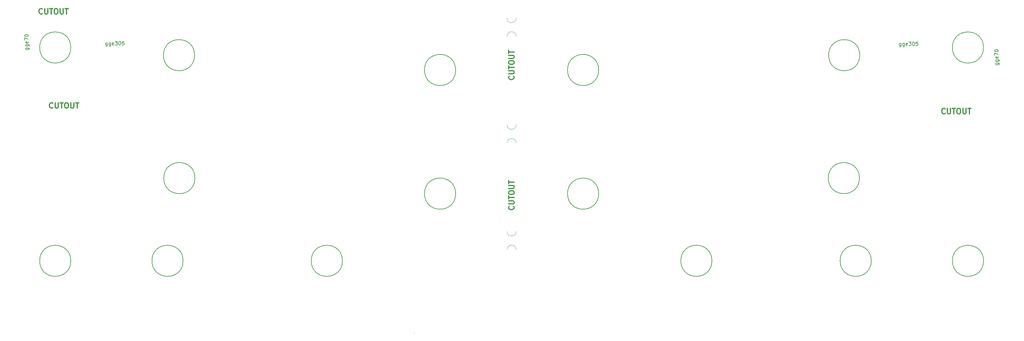
<source format=gbr>
%TF.GenerationSoftware,KiCad,Pcbnew,(5.99.0-8557-g8988e46ab1)*%
%TF.CreationDate,2021-03-06T14:17:40-07:00*%
%TF.ProjectId,SP56,53503536-2e6b-4696-9361-645f70636258,rev?*%
%TF.SameCoordinates,Original*%
%TF.FileFunction,Other,Comment*%
%FSLAX46Y46*%
G04 Gerber Fmt 4.6, Leading zero omitted, Abs format (unit mm)*
G04 Created by KiCad (PCBNEW (5.99.0-8557-g8988e46ab1)) date 2021-03-06 14:17:40*
%MOMM*%
%LPD*%
G01*
G04 APERTURE LIST*
%ADD10C,0.100000*%
%ADD11C,0.300000*%
%ADD12C,0.150000*%
%ADD13C,0.120000*%
G04 APERTURE END LIST*
D10*
X197616573Y-97477449D02*
X197467453Y-97487449D01*
D11*
X224960714Y-62535714D02*
X225032142Y-62607142D01*
X225103571Y-62821428D01*
X225103571Y-62964285D01*
X225032142Y-63178571D01*
X224889285Y-63321428D01*
X224746428Y-63392857D01*
X224460714Y-63464285D01*
X224246428Y-63464285D01*
X223960714Y-63392857D01*
X223817857Y-63321428D01*
X223675000Y-63178571D01*
X223603571Y-62964285D01*
X223603571Y-62821428D01*
X223675000Y-62607142D01*
X223746428Y-62535714D01*
X223603571Y-61892857D02*
X224817857Y-61892857D01*
X224960714Y-61821428D01*
X225032142Y-61750000D01*
X225103571Y-61607142D01*
X225103571Y-61321428D01*
X225032142Y-61178571D01*
X224960714Y-61107142D01*
X224817857Y-61035714D01*
X223603571Y-61035714D01*
X223603571Y-60535714D02*
X223603571Y-59678571D01*
X225103571Y-60107142D02*
X223603571Y-60107142D01*
X223603571Y-58892857D02*
X223603571Y-58607142D01*
X223675000Y-58464285D01*
X223817857Y-58321428D01*
X224103571Y-58250000D01*
X224603571Y-58250000D01*
X224889285Y-58321428D01*
X225032142Y-58464285D01*
X225103571Y-58607142D01*
X225103571Y-58892857D01*
X225032142Y-59035714D01*
X224889285Y-59178571D01*
X224603571Y-59250000D01*
X224103571Y-59250000D01*
X223817857Y-59178571D01*
X223675000Y-59035714D01*
X223603571Y-58892857D01*
X223603571Y-57607142D02*
X224817857Y-57607142D01*
X224960714Y-57535714D01*
X225032142Y-57464285D01*
X225103571Y-57321428D01*
X225103571Y-57035714D01*
X225032142Y-56892857D01*
X224960714Y-56821428D01*
X224817857Y-56750000D01*
X223603571Y-56750000D01*
X223603571Y-56250000D02*
X223603571Y-55392857D01*
X225103571Y-55821428D02*
X223603571Y-55821428D01*
X97739285Y-35235714D02*
X97667857Y-35307142D01*
X97453571Y-35378571D01*
X97310714Y-35378571D01*
X97096428Y-35307142D01*
X96953571Y-35164285D01*
X96882142Y-35021428D01*
X96810714Y-34735714D01*
X96810714Y-34521428D01*
X96882142Y-34235714D01*
X96953571Y-34092857D01*
X97096428Y-33950000D01*
X97310714Y-33878571D01*
X97453571Y-33878571D01*
X97667857Y-33950000D01*
X97739285Y-34021428D01*
X98382142Y-33878571D02*
X98382142Y-35092857D01*
X98453571Y-35235714D01*
X98525000Y-35307142D01*
X98667857Y-35378571D01*
X98953571Y-35378571D01*
X99096428Y-35307142D01*
X99167857Y-35235714D01*
X99239285Y-35092857D01*
X99239285Y-33878571D01*
X99739285Y-33878571D02*
X100596428Y-33878571D01*
X100167857Y-35378571D02*
X100167857Y-33878571D01*
X101382142Y-33878571D02*
X101667857Y-33878571D01*
X101810714Y-33950000D01*
X101953571Y-34092857D01*
X102025000Y-34378571D01*
X102025000Y-34878571D01*
X101953571Y-35164285D01*
X101810714Y-35307142D01*
X101667857Y-35378571D01*
X101382142Y-35378571D01*
X101239285Y-35307142D01*
X101096428Y-35164285D01*
X101025000Y-34878571D01*
X101025000Y-34378571D01*
X101096428Y-34092857D01*
X101239285Y-33950000D01*
X101382142Y-33878571D01*
X102667857Y-33878571D02*
X102667857Y-35092857D01*
X102739285Y-35235714D01*
X102810714Y-35307142D01*
X102953571Y-35378571D01*
X103239285Y-35378571D01*
X103382142Y-35307142D01*
X103453571Y-35235714D01*
X103525000Y-35092857D01*
X103525000Y-33878571D01*
X104025000Y-33878571D02*
X104882142Y-33878571D01*
X104453571Y-35378571D02*
X104453571Y-33878571D01*
X224960714Y-26535714D02*
X225032142Y-26607142D01*
X225103571Y-26821428D01*
X225103571Y-26964285D01*
X225032142Y-27178571D01*
X224889285Y-27321428D01*
X224746428Y-27392857D01*
X224460714Y-27464285D01*
X224246428Y-27464285D01*
X223960714Y-27392857D01*
X223817857Y-27321428D01*
X223675000Y-27178571D01*
X223603571Y-26964285D01*
X223603571Y-26821428D01*
X223675000Y-26607142D01*
X223746428Y-26535714D01*
X223603571Y-25892857D02*
X224817857Y-25892857D01*
X224960714Y-25821428D01*
X225032142Y-25750000D01*
X225103571Y-25607142D01*
X225103571Y-25321428D01*
X225032142Y-25178571D01*
X224960714Y-25107142D01*
X224817857Y-25035714D01*
X223603571Y-25035714D01*
X223603571Y-24535714D02*
X223603571Y-23678571D01*
X225103571Y-24107142D02*
X223603571Y-24107142D01*
X223603571Y-22892857D02*
X223603571Y-22607142D01*
X223675000Y-22464285D01*
X223817857Y-22321428D01*
X224103571Y-22250000D01*
X224603571Y-22250000D01*
X224889285Y-22321428D01*
X225032142Y-22464285D01*
X225103571Y-22607142D01*
X225103571Y-22892857D01*
X225032142Y-23035714D01*
X224889285Y-23178571D01*
X224603571Y-23250000D01*
X224103571Y-23250000D01*
X223817857Y-23178571D01*
X223675000Y-23035714D01*
X223603571Y-22892857D01*
X223603571Y-21607142D02*
X224817857Y-21607142D01*
X224960714Y-21535714D01*
X225032142Y-21464285D01*
X225103571Y-21321428D01*
X225103571Y-21035714D01*
X225032142Y-20892857D01*
X224960714Y-20821428D01*
X224817857Y-20750000D01*
X223603571Y-20750000D01*
X223603571Y-20250000D02*
X223603571Y-19392857D01*
X225103571Y-19821428D02*
X223603571Y-19821428D01*
X344139285Y-36785714D02*
X344067857Y-36857142D01*
X343853571Y-36928571D01*
X343710714Y-36928571D01*
X343496428Y-36857142D01*
X343353571Y-36714285D01*
X343282142Y-36571428D01*
X343210714Y-36285714D01*
X343210714Y-36071428D01*
X343282142Y-35785714D01*
X343353571Y-35642857D01*
X343496428Y-35500000D01*
X343710714Y-35428571D01*
X343853571Y-35428571D01*
X344067857Y-35500000D01*
X344139285Y-35571428D01*
X344782142Y-35428571D02*
X344782142Y-36642857D01*
X344853571Y-36785714D01*
X344925000Y-36857142D01*
X345067857Y-36928571D01*
X345353571Y-36928571D01*
X345496428Y-36857142D01*
X345567857Y-36785714D01*
X345639285Y-36642857D01*
X345639285Y-35428571D01*
X346139285Y-35428571D02*
X346996428Y-35428571D01*
X346567857Y-36928571D02*
X346567857Y-35428571D01*
X347782142Y-35428571D02*
X348067857Y-35428571D01*
X348210714Y-35500000D01*
X348353571Y-35642857D01*
X348425000Y-35928571D01*
X348425000Y-36428571D01*
X348353571Y-36714285D01*
X348210714Y-36857142D01*
X348067857Y-36928571D01*
X347782142Y-36928571D01*
X347639285Y-36857142D01*
X347496428Y-36714285D01*
X347425000Y-36428571D01*
X347425000Y-35928571D01*
X347496428Y-35642857D01*
X347639285Y-35500000D01*
X347782142Y-35428571D01*
X349067857Y-35428571D02*
X349067857Y-36642857D01*
X349139285Y-36785714D01*
X349210714Y-36857142D01*
X349353571Y-36928571D01*
X349639285Y-36928571D01*
X349782142Y-36857142D01*
X349853571Y-36785714D01*
X349925000Y-36642857D01*
X349925000Y-35428571D01*
X350425000Y-35428571D02*
X351282142Y-35428571D01*
X350853571Y-36928571D02*
X350853571Y-35428571D01*
X94839285Y-9185714D02*
X94767857Y-9257142D01*
X94553571Y-9328571D01*
X94410714Y-9328571D01*
X94196428Y-9257142D01*
X94053571Y-9114285D01*
X93982142Y-8971428D01*
X93910714Y-8685714D01*
X93910714Y-8471428D01*
X93982142Y-8185714D01*
X94053571Y-8042857D01*
X94196428Y-7900000D01*
X94410714Y-7828571D01*
X94553571Y-7828571D01*
X94767857Y-7900000D01*
X94839285Y-7971428D01*
X95482142Y-7828571D02*
X95482142Y-9042857D01*
X95553571Y-9185714D01*
X95625000Y-9257142D01*
X95767857Y-9328571D01*
X96053571Y-9328571D01*
X96196428Y-9257142D01*
X96267857Y-9185714D01*
X96339285Y-9042857D01*
X96339285Y-7828571D01*
X96839285Y-7828571D02*
X97696428Y-7828571D01*
X97267857Y-9328571D02*
X97267857Y-7828571D01*
X98482142Y-7828571D02*
X98767857Y-7828571D01*
X98910714Y-7900000D01*
X99053571Y-8042857D01*
X99125000Y-8328571D01*
X99125000Y-8828571D01*
X99053571Y-9114285D01*
X98910714Y-9257142D01*
X98767857Y-9328571D01*
X98482142Y-9328571D01*
X98339285Y-9257142D01*
X98196428Y-9114285D01*
X98125000Y-8828571D01*
X98125000Y-8328571D01*
X98196428Y-8042857D01*
X98339285Y-7900000D01*
X98482142Y-7828571D01*
X99767857Y-7828571D02*
X99767857Y-9042857D01*
X99839285Y-9185714D01*
X99910714Y-9257142D01*
X100053571Y-9328571D01*
X100339285Y-9328571D01*
X100482142Y-9257142D01*
X100553571Y-9185714D01*
X100625000Y-9042857D01*
X100625000Y-7828571D01*
X101125000Y-7828571D02*
X101982142Y-7828571D01*
X101553571Y-9328571D02*
X101553571Y-7828571D01*
D12*
%TO.C,U2*%
X331979761Y-17385714D02*
X331979761Y-18195238D01*
X331932142Y-18290476D01*
X331884523Y-18338095D01*
X331789285Y-18385714D01*
X331646428Y-18385714D01*
X331551190Y-18338095D01*
X331979761Y-18004761D02*
X331884523Y-18052380D01*
X331694047Y-18052380D01*
X331598809Y-18004761D01*
X331551190Y-17957142D01*
X331503571Y-17861904D01*
X331503571Y-17576190D01*
X331551190Y-17480952D01*
X331598809Y-17433333D01*
X331694047Y-17385714D01*
X331884523Y-17385714D01*
X331979761Y-17433333D01*
X332884523Y-17385714D02*
X332884523Y-18195238D01*
X332836904Y-18290476D01*
X332789285Y-18338095D01*
X332694047Y-18385714D01*
X332551190Y-18385714D01*
X332455952Y-18338095D01*
X332884523Y-18004761D02*
X332789285Y-18052380D01*
X332598809Y-18052380D01*
X332503571Y-18004761D01*
X332455952Y-17957142D01*
X332408333Y-17861904D01*
X332408333Y-17576190D01*
X332455952Y-17480952D01*
X332503571Y-17433333D01*
X332598809Y-17385714D01*
X332789285Y-17385714D01*
X332884523Y-17433333D01*
X333741666Y-18004761D02*
X333646428Y-18052380D01*
X333455952Y-18052380D01*
X333360714Y-18004761D01*
X333313095Y-17909523D01*
X333313095Y-17528571D01*
X333360714Y-17433333D01*
X333455952Y-17385714D01*
X333646428Y-17385714D01*
X333741666Y-17433333D01*
X333789285Y-17528571D01*
X333789285Y-17623809D01*
X333313095Y-17719047D01*
X334122619Y-17052380D02*
X334741666Y-17052380D01*
X334408333Y-17433333D01*
X334551190Y-17433333D01*
X334646428Y-17480952D01*
X334694047Y-17528571D01*
X334741666Y-17623809D01*
X334741666Y-17861904D01*
X334694047Y-17957142D01*
X334646428Y-18004761D01*
X334551190Y-18052380D01*
X334265476Y-18052380D01*
X334170238Y-18004761D01*
X334122619Y-17957142D01*
X335360714Y-17052380D02*
X335455952Y-17052380D01*
X335551190Y-17100000D01*
X335598809Y-17147619D01*
X335646428Y-17242857D01*
X335694047Y-17433333D01*
X335694047Y-17671428D01*
X335646428Y-17861904D01*
X335598809Y-17957142D01*
X335551190Y-18004761D01*
X335455952Y-18052380D01*
X335360714Y-18052380D01*
X335265476Y-18004761D01*
X335217857Y-17957142D01*
X335170238Y-17861904D01*
X335122619Y-17671428D01*
X335122619Y-17433333D01*
X335170238Y-17242857D01*
X335217857Y-17147619D01*
X335265476Y-17100000D01*
X335360714Y-17052380D01*
X336598809Y-17052380D02*
X336122619Y-17052380D01*
X336075000Y-17528571D01*
X336122619Y-17480952D01*
X336217857Y-17433333D01*
X336455952Y-17433333D01*
X336551190Y-17480952D01*
X336598809Y-17528571D01*
X336646428Y-17623809D01*
X336646428Y-17861904D01*
X336598809Y-17957142D01*
X336551190Y-18004761D01*
X336455952Y-18052380D01*
X336217857Y-18052380D01*
X336122619Y-18004761D01*
X336075000Y-17957142D01*
%TO.C,BATT101*%
X90285714Y-18719047D02*
X91095238Y-18719047D01*
X91190476Y-18766666D01*
X91238095Y-18814285D01*
X91285714Y-18909523D01*
X91285714Y-19052380D01*
X91238095Y-19147619D01*
X90904761Y-18719047D02*
X90952380Y-18814285D01*
X90952380Y-19004761D01*
X90904761Y-19100000D01*
X90857142Y-19147619D01*
X90761904Y-19195238D01*
X90476190Y-19195238D01*
X90380952Y-19147619D01*
X90333333Y-19100000D01*
X90285714Y-19004761D01*
X90285714Y-18814285D01*
X90333333Y-18719047D01*
X90285714Y-17814285D02*
X91095238Y-17814285D01*
X91190476Y-17861904D01*
X91238095Y-17909523D01*
X91285714Y-18004761D01*
X91285714Y-18147619D01*
X91238095Y-18242857D01*
X90904761Y-17814285D02*
X90952380Y-17909523D01*
X90952380Y-18100000D01*
X90904761Y-18195238D01*
X90857142Y-18242857D01*
X90761904Y-18290476D01*
X90476190Y-18290476D01*
X90380952Y-18242857D01*
X90333333Y-18195238D01*
X90285714Y-18100000D01*
X90285714Y-17909523D01*
X90333333Y-17814285D01*
X90904761Y-16957142D02*
X90952380Y-17052380D01*
X90952380Y-17242857D01*
X90904761Y-17338095D01*
X90809523Y-17385714D01*
X90428571Y-17385714D01*
X90333333Y-17338095D01*
X90285714Y-17242857D01*
X90285714Y-17052380D01*
X90333333Y-16957142D01*
X90428571Y-16909523D01*
X90523809Y-16909523D01*
X90619047Y-17385714D01*
X89952380Y-16576190D02*
X89952380Y-15909523D01*
X90952380Y-16338095D01*
X89952380Y-15338095D02*
X89952380Y-15242857D01*
X90000000Y-15147619D01*
X90047619Y-15100000D01*
X90142857Y-15052380D01*
X90333333Y-15004761D01*
X90571428Y-15004761D01*
X90761904Y-15052380D01*
X90857142Y-15100000D01*
X90904761Y-15147619D01*
X90952380Y-15242857D01*
X90952380Y-15338095D01*
X90904761Y-15433333D01*
X90857142Y-15480952D01*
X90761904Y-15528571D01*
X90571428Y-15576190D01*
X90333333Y-15576190D01*
X90142857Y-15528571D01*
X90047619Y-15480952D01*
X90000000Y-15433333D01*
X89952380Y-15338095D01*
%TO.C,BATT1*%
X358135714Y-22919047D02*
X358945238Y-22919047D01*
X359040476Y-22966666D01*
X359088095Y-23014285D01*
X359135714Y-23109523D01*
X359135714Y-23252380D01*
X359088095Y-23347619D01*
X358754761Y-22919047D02*
X358802380Y-23014285D01*
X358802380Y-23204761D01*
X358754761Y-23300000D01*
X358707142Y-23347619D01*
X358611904Y-23395238D01*
X358326190Y-23395238D01*
X358230952Y-23347619D01*
X358183333Y-23300000D01*
X358135714Y-23204761D01*
X358135714Y-23014285D01*
X358183333Y-22919047D01*
X358135714Y-22014285D02*
X358945238Y-22014285D01*
X359040476Y-22061904D01*
X359088095Y-22109523D01*
X359135714Y-22204761D01*
X359135714Y-22347619D01*
X359088095Y-22442857D01*
X358754761Y-22014285D02*
X358802380Y-22109523D01*
X358802380Y-22300000D01*
X358754761Y-22395238D01*
X358707142Y-22442857D01*
X358611904Y-22490476D01*
X358326190Y-22490476D01*
X358230952Y-22442857D01*
X358183333Y-22395238D01*
X358135714Y-22300000D01*
X358135714Y-22109523D01*
X358183333Y-22014285D01*
X358754761Y-21157142D02*
X358802380Y-21252380D01*
X358802380Y-21442857D01*
X358754761Y-21538095D01*
X358659523Y-21585714D01*
X358278571Y-21585714D01*
X358183333Y-21538095D01*
X358135714Y-21442857D01*
X358135714Y-21252380D01*
X358183333Y-21157142D01*
X358278571Y-21109523D01*
X358373809Y-21109523D01*
X358469047Y-21585714D01*
X357802380Y-20776190D02*
X357802380Y-20109523D01*
X358802380Y-20538095D01*
X357802380Y-19538095D02*
X357802380Y-19442857D01*
X357850000Y-19347619D01*
X357897619Y-19300000D01*
X357992857Y-19252380D01*
X358183333Y-19204761D01*
X358421428Y-19204761D01*
X358611904Y-19252380D01*
X358707142Y-19300000D01*
X358754761Y-19347619D01*
X358802380Y-19442857D01*
X358802380Y-19538095D01*
X358754761Y-19633333D01*
X358707142Y-19680952D01*
X358611904Y-19728571D01*
X358421428Y-19776190D01*
X358183333Y-19776190D01*
X357992857Y-19728571D01*
X357897619Y-19680952D01*
X357850000Y-19633333D01*
X357802380Y-19538095D01*
%TO.C,U102*%
X112779761Y-17285714D02*
X112779761Y-18095238D01*
X112732142Y-18190476D01*
X112684523Y-18238095D01*
X112589285Y-18285714D01*
X112446428Y-18285714D01*
X112351190Y-18238095D01*
X112779761Y-17904761D02*
X112684523Y-17952380D01*
X112494047Y-17952380D01*
X112398809Y-17904761D01*
X112351190Y-17857142D01*
X112303571Y-17761904D01*
X112303571Y-17476190D01*
X112351190Y-17380952D01*
X112398809Y-17333333D01*
X112494047Y-17285714D01*
X112684523Y-17285714D01*
X112779761Y-17333333D01*
X113684523Y-17285714D02*
X113684523Y-18095238D01*
X113636904Y-18190476D01*
X113589285Y-18238095D01*
X113494047Y-18285714D01*
X113351190Y-18285714D01*
X113255952Y-18238095D01*
X113684523Y-17904761D02*
X113589285Y-17952380D01*
X113398809Y-17952380D01*
X113303571Y-17904761D01*
X113255952Y-17857142D01*
X113208333Y-17761904D01*
X113208333Y-17476190D01*
X113255952Y-17380952D01*
X113303571Y-17333333D01*
X113398809Y-17285714D01*
X113589285Y-17285714D01*
X113684523Y-17333333D01*
X114541666Y-17904761D02*
X114446428Y-17952380D01*
X114255952Y-17952380D01*
X114160714Y-17904761D01*
X114113095Y-17809523D01*
X114113095Y-17428571D01*
X114160714Y-17333333D01*
X114255952Y-17285714D01*
X114446428Y-17285714D01*
X114541666Y-17333333D01*
X114589285Y-17428571D01*
X114589285Y-17523809D01*
X114113095Y-17619047D01*
X114922619Y-16952380D02*
X115541666Y-16952380D01*
X115208333Y-17333333D01*
X115351190Y-17333333D01*
X115446428Y-17380952D01*
X115494047Y-17428571D01*
X115541666Y-17523809D01*
X115541666Y-17761904D01*
X115494047Y-17857142D01*
X115446428Y-17904761D01*
X115351190Y-17952380D01*
X115065476Y-17952380D01*
X114970238Y-17904761D01*
X114922619Y-17857142D01*
X116160714Y-16952380D02*
X116255952Y-16952380D01*
X116351190Y-17000000D01*
X116398809Y-17047619D01*
X116446428Y-17142857D01*
X116494047Y-17333333D01*
X116494047Y-17571428D01*
X116446428Y-17761904D01*
X116398809Y-17857142D01*
X116351190Y-17904761D01*
X116255952Y-17952380D01*
X116160714Y-17952380D01*
X116065476Y-17904761D01*
X116017857Y-17857142D01*
X115970238Y-17761904D01*
X115922619Y-17571428D01*
X115922619Y-17333333D01*
X115970238Y-17142857D01*
X116017857Y-17047619D01*
X116065476Y-17000000D01*
X116160714Y-16952380D01*
X117398809Y-16952380D02*
X116922619Y-16952380D01*
X116875000Y-17428571D01*
X116922619Y-17380952D01*
X117017857Y-17333333D01*
X117255952Y-17333333D01*
X117351190Y-17380952D01*
X117398809Y-17428571D01*
X117446428Y-17523809D01*
X117446428Y-17761904D01*
X117398809Y-17857142D01*
X117351190Y-17904761D01*
X117255952Y-17952380D01*
X117017857Y-17952380D01*
X116922619Y-17904761D01*
X116875000Y-17857142D01*
%TO.C,H14*%
X102700000Y-77600000D02*
G75*
G03*
X102700000Y-77600000I-4300000J0D01*
G01*
%TO.C,H10*%
X136875000Y-20725000D02*
G75*
G03*
X136875000Y-20725000I-4300000J0D01*
G01*
D13*
%TO.C,REF\u002A\u002A*%
X223175000Y-74500000D02*
G75*
G02*
X225675000Y-74500000I1250000J0D01*
G01*
X225675000Y-69500000D02*
G75*
G02*
X223175000Y-69500000I-1250000J0D01*
G01*
D12*
%TO.C,H8*%
X279750000Y-77600000D02*
G75*
G03*
X279750000Y-77600000I-4300000J0D01*
G01*
%TO.C,H13*%
X136975000Y-54725000D02*
G75*
G03*
X136975000Y-54725000I-4300000J0D01*
G01*
%TO.C,H11*%
X208975000Y-24825000D02*
G75*
G03*
X208975000Y-24825000I-4300000J0D01*
G01*
D13*
%TO.C,REF\u002A\u002A*%
X225675000Y-40000000D02*
G75*
G02*
X223175000Y-40000000I-1250000J0D01*
G01*
X223175000Y-45000000D02*
G75*
G02*
X225675000Y-45000000I1250000J0D01*
G01*
D12*
%TO.C,H12*%
X208975000Y-59025000D02*
G75*
G03*
X208975000Y-59025000I-4300000J0D01*
G01*
%TO.C,H15*%
X133700000Y-77600000D02*
G75*
G03*
X133700000Y-77600000I-4300000J0D01*
G01*
%TO.C,H7*%
X323750000Y-77600000D02*
G75*
G03*
X323750000Y-77600000I-4300000J0D01*
G01*
%TO.C,H16*%
X177700000Y-77600000D02*
G75*
G03*
X177700000Y-77600000I-4300000J0D01*
G01*
D13*
%TO.C,REF\u002A\u002A*%
X223175000Y-15500000D02*
G75*
G02*
X225675000Y-15500000I1250000J0D01*
G01*
X225675000Y-10500000D02*
G75*
G02*
X223175000Y-10500000I-1250000J0D01*
G01*
D12*
%TO.C,H9*%
X102700000Y-18600000D02*
G75*
G03*
X102700000Y-18600000I-4300000J0D01*
G01*
%TO.C,H1*%
X320475000Y-54725000D02*
G75*
G03*
X320475000Y-54725000I-4300000J0D01*
G01*
%TO.C,H3*%
X248475000Y-59025000D02*
G75*
G03*
X248475000Y-59025000I-4300000J0D01*
G01*
%TO.C,H6*%
X248475000Y-24825000D02*
G75*
G03*
X248475000Y-24825000I-4300000J0D01*
G01*
%TO.C,H5*%
X320575000Y-20725000D02*
G75*
G03*
X320575000Y-20725000I-4300000J0D01*
G01*
%TO.C,H2*%
X354750000Y-77600000D02*
G75*
G03*
X354750000Y-77600000I-4300000J0D01*
G01*
%TO.C,H4*%
X354750000Y-18600000D02*
G75*
G03*
X354750000Y-18600000I-4300000J0D01*
G01*
%TD*%
M02*

</source>
